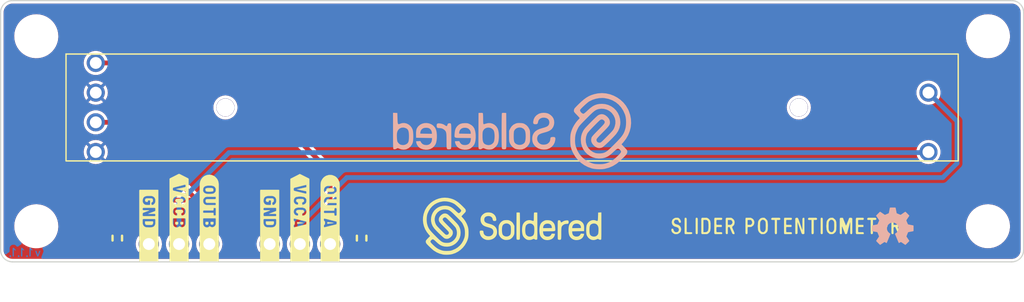
<source format=kicad_pcb>
(kicad_pcb (version 20210623) (generator pcbnew)
  (layers (0 "F.Cu" signal) (31 "B.Cu" signal) (34 "B.Paste" user) (35 "F.Paste" user) (36 "B.SilkS" user "B.Silkscreen") (37 "F.SilkS" user "F.Silkscreen") (38 "B.Mask" user) (39 "F.Mask" user) (44 "Edge.Cuts" user))
  (net 0 "")
  (net 1 "GND")
  (net 2 "OUTA")
  (net 3 "OUTB")
  (net 4 "VCCA")
  (net 5 "VCCB")
  (footprint "buzzardLabel" (layer "F.Cu") (at 117.54 130.4 -90)
    (fp_text reference "" (at 0 0 90) (layer "F.SilkS") (effects (font (size 1.27 1.27))))
    (fp_text value "" (at 0 0 90) (layer "F.SilkS") (effects (font (size 1.27 1.27))))
  )
  (footprint "e-radionica.com footprinti:0603C" (layer "F.Cu") (at 109.81 128 90)
    (fp_text reference "C2")
    (fp_text value "0.1uF")
    (pad "1" smd rect locked (at -0.73 0 90) (size 0.66 1) (layers "F.Cu" "F.Paste" "F.Mask") (net 1 "GND"))
    (pad "2" smd rect locked (at 0.73 0 90) (size 0.66 1) (layers "F.Cu" "F.Paste" "F.Mask") (net 3 "OUTB"))
  )
  (footprint "Soldered Graphics:Logo-Back-OSH-3.5mm" (layer "F.Cu") (at 175 127)
    (fp_text reference "G***" hide)
    (fp_text value "LOGO" hide)
  )
  (footprint "buzzardLabel" (layer "F.Cu") (at 115 130.4 -90)
    (fp_text reference "" (at 0 0 90) (layer "F.SilkS") (effects (font (size 1.27 1.27))))
    (fp_text value "" (at 0 0 90) (layer "F.SilkS") (effects (font (size 1.27 1.27))))
  )
  (footprint "e-radionica.com footprinti:HEADER_MALE_3X1" (layer "F.Cu") (at 125.16 128.5)
    (fp_text reference "K1")
    (fp_text value "HEADER_MALE_3X1")
    (pad "1" thru_hole circle locked (at -2.54 0) (size 1.7 1.7) (drill 1) (layers *.Cu *.Mask) (net 1 "GND"))
    (pad "2" thru_hole circle locked (at 0 0) (size 1.7 1.7) (drill 1) (layers *.Cu *.Mask) (net 4 "VCCA"))
    (pad "3" thru_hole circle locked (at 2.54 0) (size 1.7 1.7) (drill 1) (layers *.Cu *.Mask) (net 2 "OUTA"))
  )
  (footprint "e-radionica.com footprinti:FIDUCIAL_1MM_PASTE" (layer "F.Cu") (at 136 119)
    (fp_text reference "FD1")
    (fp_text value "Fiducial_Stencil")
    (pad "1" smd circle locked (at 0 0) (size 1 1) (property pad_prop_fiducial_glob) (layers "F.Cu" "F.Paste" "F.Mask"))
  )
  (footprint "buzzardLabel" (layer "F.Cu") (at 127.7 130.4 -90)
    (fp_text reference "" (at 0 0 90) (layer "F.SilkS") (effects (font (size 1.27 1.27))))
    (fp_text value "" (at 0 0 90) (layer "F.SilkS") (effects (font (size 1.27 1.27))))
  )
  (footprint "e-radionica.com footprinti:HOLE_3.2mm" (layer "F.Cu") (at 103 127)
    (fp_text reference "H1" hide)
    (fp_text value "HOLE_3.2mm" hide)
    (pad "" np_thru_hole circle locked (at 0 0) (size 3.2 3.2) (drill 3.2) (layers F&B.Cu *.Mask))
  )
  (footprint "buzzardLabel" (layer "F.Cu") (at 122.62 130.4 -90)
    (fp_text reference "" (at 0 0 90) (layer "F.SilkS") (effects (font (size 1.27 1.27))))
    (fp_text value "" (at 0 0 90) (layer "F.SilkS") (effects (font (size 1.27 1.27))))
  )
  (footprint "e-radionica.com footprinti:SLIDER_POT" (layer "F.Cu") (at 143 117)
    (fp_text reference "R1")
    (fp_text value "SLIDER_POT")
    (pad "1a" thru_hole circle locked (at -35 -1.25) (size 1.524 1.524) (drill 1) (layers *.Cu *.Mask) (net 1 "GND"))
    (pad "1b" thru_hole circle locked (at -35 3.75) (size 1.524 1.524) (drill 1) (layers *.Cu *.Mask) (net 1 "GND"))
    (pad "1b0" thru_hole circle locked (at -24.1 0) (size 1.524 1.524) (drill 1.5) (layers *.Cu *.Mask))
    (pad "1b1" thru_hole circle locked (at 24.1 0) (size 1.524 1.524) (drill 1.5) (layers *.Cu *.Mask))
    (pad "2a" thru_hole circle locked (at -35 -3.75) (size 1.524 1.524) (drill 1) (layers *.Cu *.Mask) (net 2 "OUTA"))
    (pad "2b" thru_hole circle locked (at -35 1.25) (size 1.524 1.524) (drill 1) (layers *.Cu *.Mask) (net 3 "OUTB"))
    (pad "3a" thru_hole circle locked (at 35 -1.25) (size 1.524 1.524) (drill 1) (layers *.Cu *.Mask) (net 4 "VCCA"))
    (pad "3b" thru_hole circle locked (at 35 3.75) (size 1.524 1.524) (drill 1) (layers *.Cu *.Mask) (net 5 "VCCB"))
  )
  (footprint "e-radionica.com footprinti:HEADER_MALE_3X1" (layer "F.Cu") (at 115 128.5)
    (fp_text reference "K2")
    (fp_text value "HEADER_MALE_3X1")
    (pad "1" thru_hole circle locked (at -2.54 0) (size 1.7 1.7) (drill 1) (layers *.Cu *.Mask) (net 1 "GND"))
    (pad "2" thru_hole circle locked (at 0 0) (size 1.7 1.7) (drill 1) (layers *.Cu *.Mask) (net 5 "VCCB"))
    (pad "3" thru_hole circle locked (at 2.54 0) (size 1.7 1.7) (drill 1) (layers *.Cu *.Mask) (net 3 "OUTB"))
  )
  (footprint "Soldered Graphics:Logo-Back-SolderedFULL-20mm" (layer "F.Cu") (at 143 119)
    (fp_text reference "REF**" hide)
    (fp_text value "Logo-Front-SolderedFULL-20mm" hide)
  )
  (footprint "e-radionica.com footprinti:HOLE_3.2mm" (layer "F.Cu") (at 183 127)
    (fp_text reference "H4" hide)
    (fp_text value "HOLE_3.2mm" hide)
    (pad "" np_thru_hole circle locked (at 0 0) (size 3.2 3.2) (drill 3.2) (layers F&B.Cu *.Mask))
  )
  (footprint "buzzardLabel" (layer "F.Cu") (at 125.16 130.4 -90)
    (fp_text reference "" (at 0 0 90) (layer "F.SilkS") (effects (font (size 1.27 1.27))))
    (fp_text value "" (at 0 0 90) (layer "F.SilkS") (effects (font (size 1.27 1.27))))
  )
  (footprint "e-radionica.com footprinti:HOLE_3.2mm" (layer "F.Cu") (at 183 111)
    (fp_text reference "H3" hide)
    (fp_text value "HOLE_3.2mm" hide)
    (pad "" np_thru_hole circle locked (at 0 0) (size 3.2 3.2) (drill 3.2) (layers F&B.Cu *.Mask))
  )
  (footprint "e-radionica.com footprinti:0603C" (layer "F.Cu") (at 130.35 128 -90)
    (fp_text reference "C1")
    (fp_text value "0.1uF")
    (pad "1" smd rect locked (at -0.73 0 270) (size 0.66 1) (layers "F.Cu" "F.Paste" "F.Mask") (net 2 "OUTA"))
    (pad "2" smd rect locked (at 0.73 0 270) (size 0.66 1) (layers "F.Cu" "F.Paste" "F.Mask") (net 1 "GND"))
  )
  (footprint "Soldered Graphics:Logo-Front-SolderedFULL-15mm" (layer "F.Cu") (at 143 127)
    (fp_text reference "REF**" hide)
    (fp_text value "Logo-Front-SolderedFULL-15mm" hide)
  )
  (footprint "buzzardLabel" (layer "F.Cu") (at 166 127)
    (fp_text reference "" (at 0 0) (layer "F.SilkS") (effects (font (size 1.27 1.27))))
    (fp_text value "" (at 0 0) (layer "F.SilkS") (effects (font (size 1.27 1.27))))
  )
  (footprint "e-radionica.com footprinti:HOLE_3.2mm" (layer "F.Cu") (at 103 111)
    (fp_text reference "H2" hide)
    (fp_text value "HOLE_3.2mm" hide)
    (pad "" np_thru_hole circle locked (at 0 0) (size 3.2 3.2) (drill 3.2) (layers F&B.Cu *.Mask))
  )
  (footprint "buzzardLabel" (layer "F.Cu") (at 112.46 130.4 -90)
    (fp_text reference "" (at 0 0 90) (layer "F.SilkS") (effects (font (size 1.27 1.27))))
    (fp_text value "" (at 0 0 90) (layer "F.SilkS") (effects (font (size 1.27 1.27))))
  )
  (footprint "Soldered Graphics:Version1.1.1." (layer "B.Cu") (at 102 129.2 180)
    (fp_text reference "REF**" hide)
    (fp_text value "Version1.1.1." hide)
    (fp_poly (pts (xy 1.14 -0.38) (xy 1.19 -0.38) (xy 1.24 -0.37) (xy 1.25 -0.33) (xy 1.25 -0.27) (xy 1.2 -0.26) (xy 1.15 -0.26) (xy 1.12 -0.29) (xy 1.12 -0.34) (xy 1.14 -0.38)) (layer "B.Cu") (width 0.01) (fill solid))
    (fp_poly (pts (xy 0.43 -0.38) (xy 0.48 -0.38) (xy 0.54 -0.37) (xy 0.54 -0.33) (xy 0.54 -0.27) (xy 0.5 -0.26) (xy 0.45 -0.26) (xy 0.42 -0.29) (xy 0.42 -0.34) (xy 0.43 -0.38)) (layer "B.Cu") (width 0.01) (fill solid))
    (fp_poly (pts (xy -1.15 -0.35) (xy -1.1 -0.35) (xy -1.07 -0.31) (xy -0.92 0.1) (xy -0.94 0.13) (xy -0.99 0.13) (xy -1.02 0.1) (xy -1.11 -0.16) (xy -1.13 -0.21) (xy -1.15 -0.17) (xy -1.24 0.09) (xy -1.26 0.13) (xy -1.32 0.13) (xy -1.34 0.1) (xy -1.18 -0.31) (xy -1.15 -0.35)) (layer "B.Cu") (width 0.01) (fill solid))
    (fp_poly (pts (xy -0.5 -0.35) (xy -0.44 -0.35) (xy -0.43 -0.31) (xy -0.43 0.35) (xy -0.46 0.38) (xy -0.52 0.38) (xy -0.55 0.34) (xy -0.67 0.22) (xy -0.68 0.17) (xy -0.65 0.16) (xy -0.56 0.22) (xy -0.52 0.23) (xy -0.52 -0.31) (xy -0.5 -0.35)) (layer "B.Cu") (width 0.01) (fill solid))
    (fp_poly (pts (xy 0.91 -0.35) (xy 0.96 -0.35) (xy 0.98 -0.31) (xy 0.98 0.35) (xy 0.95 0.38) (xy 0.89 0.38) (xy 0.86 0.34) (xy 0.74 0.22) (xy 0.73 0.17) (xy 0.76 0.16) (xy 0.85 0.22) (xy 0.89 0.23) (xy 0.89 -0.31) (xy 0.91 -0.35)) (layer "B.Cu") (width 0.01) (fill solid))
    (fp_poly (pts (xy 0.21 -0.35) (xy 0.26 -0.35) (xy 0.28 -0.31) (xy 0.28 0.35) (xy 0.24 0.38) (xy 0.19 0.38) (xy 0.15 0.34) (xy 0.04 0.22) (xy 0.02 0.17) (xy 0.05 0.16) (xy 0.14 0.22) (xy 0.18 0.23) (xy 0.18 -0.31) (xy 0.21 -0.35)) (layer "B.Cu") (width 0.01) (fill solid))
    (fp_poly (pts (xy -0.27 -0.38) (xy -0.22 -0.38) (xy -0.17 -0.37) (xy -0.16 -0.33) (xy -0.16 -0.27) (xy -0.21 -0.26) (xy -0.26 -0.26) (xy -0.29 -0.29) (xy -0.29 -0.34) (xy -0.27 -0.38)) (layer "B.Cu") (width 0.01) (fill solid))
  )
  (gr_arc (start 101 129) (end 101 130) (angle 90) (layer "Edge.Cuts") (width 0.1))
  (gr_arc (start 185 129) (end 185 130) (angle -90) (layer "Edge.Cuts") (width 0.1))
  (gr_arc (start 101 109) (end 101 108) (angle -90) (layer "Edge.Cuts") (width 0.1))
  (gr_arc (start 185 109) (end 185 108) (angle 90) (layer "Edge.Cuts") (width 0.1))
  (gr_line (start 186 109) (end 186 129) (layer "Edge.Cuts") (width 0.1))
  (gr_line (start 101 108) (end 185 108) (layer "Edge.Cuts") (width 0.1))
  (gr_line (start 100 129) (end 100 109) (layer "Edge.Cuts") (width 0.1))
  (gr_line (start 185 130) (end 101 130) (layer "Edge.Cuts") (width 0.1))
  (segment (start 127.7 125.8) (end 127.7 128.5) (width 0.4) (layer "F.Cu") (net 2))
  (segment (start 127.7 122.4) (end 118.55 113.25) (width 0.4) (layer "F.Cu") (net 2))
  (segment (start 130.35 127.27) (end 129.17 127.27) (width 0.4) (layer "F.Cu") (net 2))
  (segment (start 129.17 127.27) (end 127.7 125.8) (width 0.4) (layer "F.Cu") (net 2))
  (segment (start 127.7 125.8) (end 127.7 122.4) (width 0.4) (layer "F.Cu") (net 2))
  (segment (start 118.55 113.25) (end 108 113.25) (width 0.4) (layer "F.Cu") (net 2))
  (segment (start 109.95 118.25) (end 108 118.25) (width 0.4) (layer "F.Cu") (net 3))
  (segment (start 117.54 125.84) (end 117.54 128.5) (width 0.4) (layer "F.Cu") (net 3))
  (segment (start 116.5 124.8) (end 117.54 125.84) (width 0.4) (layer "F.Cu") (net 3))
  (segment (start 109.81 127.27) (end 109.81 126.89) (width 0.4) (layer "F.Cu") (net 3))
  (segment (start 116.5 124.8) (end 109.95 118.25) (width 0.4) (layer "F.Cu") (net 3))
  (segment (start 109.81 126.89) (end 111.9 124.8) (width 0.4) (layer "F.Cu") (net 3))
  (segment (start 111.9 124.8) (end 116.5 124.8) (width 0.4) (layer "F.Cu") (net 3))
  (segment (start 180.4 121.7) (end 180.4 118.15) (width 0.4) (layer "B.Cu") (net 4))
  (segment (start 125.16 126.84) (end 129.1 122.9) (width 0.4) (layer "B.Cu") (net 4))
  (segment (start 180.4 118.15) (end 178 115.75) (width 0.4) (layer "B.Cu") (net 4))
  (segment (start 129.1 122.9) (end 179.2 122.9) (width 0.4) (layer "B.Cu") (net 4))
  (segment (start 179.2 122.9) (end 180.4 121.7) (width 0.4) (layer "B.Cu") (net 4))
  (segment (start 125.16 128.5) (end 125.16 126.84) (width 0.4) (layer "B.Cu") (net 4))
  (segment (start 119.2 120.8) (end 177.95 120.8) (width 0.4) (layer "B.Cu") (net 5))
  (segment (start 115 128.5) (end 115 125) (width 0.4) (layer "B.Cu") (net 5))
  (segment (start 115 125) (end 119.2 120.8) (width 0.4) (layer "B.Cu") (net 5))
  (segment (start 177.95 120.8) (end 178 120.75) (width 0.4) (layer "B.Cu") (net 5))
  (zone (net 1) (net_name "GND") (layers F&B.Cu) (connect_pads (clearance 0.254)) (min_thickness 0.254) (fill yes (thermal_gap 0.254) (thermal_bridge_width 0.254))
    (polygon (pts (xy 186 130) (xy 100 130) (xy 100 108) (xy 186 108)))
  )
)
</source>
